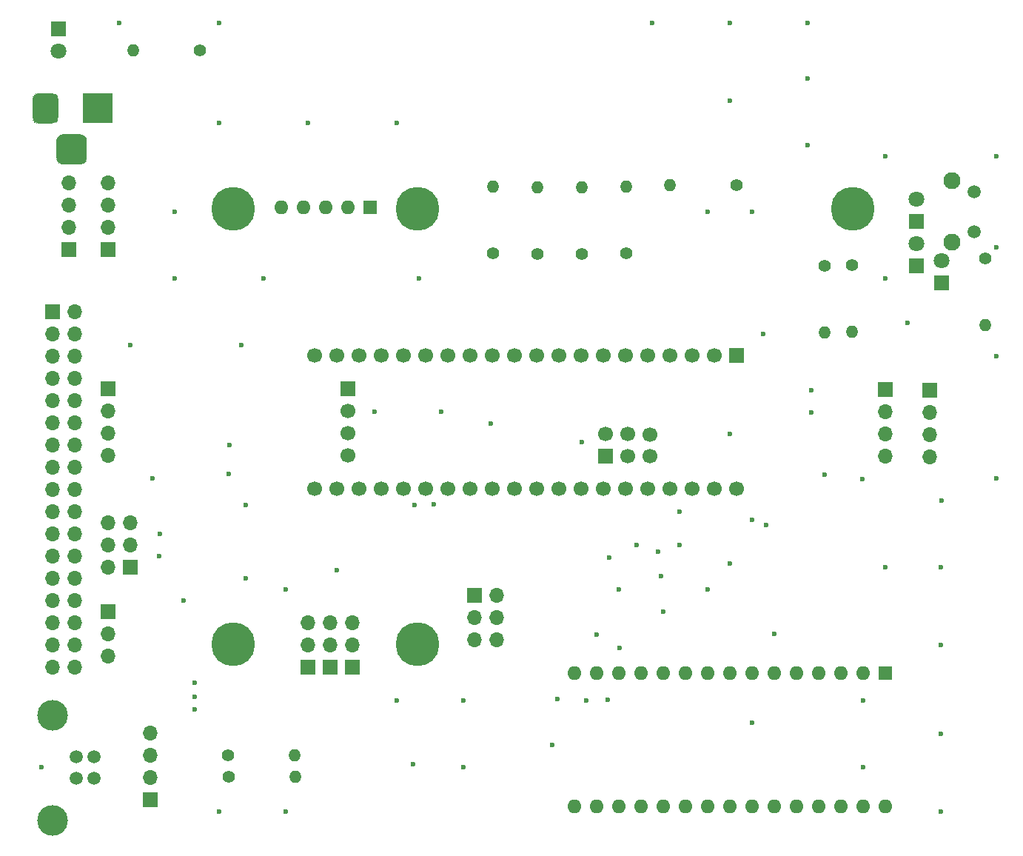
<source format=gbr>
G04 #@! TF.GenerationSoftware,KiCad,Pcbnew,(5.1.9)-1*
G04 #@! TF.CreationDate,2021-01-17T11:33:01+00:00*
G04 #@! TF.ProjectId,Greaseweazle F1 Gotek Rev 2,47726561-7365-4776-9561-7a6c65204631,2*
G04 #@! TF.SameCoordinates,PX6312cb0PY6bcb370*
G04 #@! TF.FileFunction,Soldermask,Bot*
G04 #@! TF.FilePolarity,Negative*
%FSLAX46Y46*%
G04 Gerber Fmt 4.6, Leading zero omitted, Abs format (unit mm)*
G04 Created by KiCad (PCBNEW (5.1.9)-1) date 2021-01-17 11:33:01*
%MOMM*%
%LPD*%
G01*
G04 APERTURE LIST*
%ADD10C,3.500120*%
%ADD11C,1.501140*%
%ADD12O,1.700000X1.700000*%
%ADD13R,1.700000X1.700000*%
%ADD14O,1.600000X1.600000*%
%ADD15R,1.600000X1.600000*%
%ADD16C,1.700000*%
%ADD17C,1.400000*%
%ADD18O,1.400000X1.400000*%
%ADD19C,1.800000*%
%ADD20R,1.800000X1.800000*%
%ADD21R,3.500000X3.500000*%
%ADD22C,1.508000*%
%ADD23C,1.950000*%
%ADD24C,5.000000*%
%ADD25C,0.600000*%
%ADD26C,0.100000*%
G04 APERTURE END LIST*
D10*
X-6096000Y-17489800D03*
X-6096000Y-5450200D03*
D11*
X-1371600Y-10225400D03*
X-1371600Y-12714600D03*
X-3378200Y-12714600D03*
X-3378200Y-10225400D03*
D12*
X28194000Y5080000D03*
X28194000Y2540000D03*
D13*
X28194000Y0D03*
D12*
X25654000Y5080000D03*
X25654000Y2540000D03*
D13*
X25654000Y0D03*
D12*
X23114000Y5080000D03*
X23114000Y2540000D03*
D13*
X23114000Y0D03*
D12*
X254000Y1270000D03*
X254000Y3810000D03*
D13*
X254000Y6350000D03*
D12*
X44704000Y3175000D03*
X42164000Y3175000D03*
X44704000Y5715000D03*
X42164000Y5715000D03*
X44704000Y8255000D03*
D13*
X42164000Y8255000D03*
X89154000Y31750000D03*
D12*
X89154000Y29210000D03*
X89154000Y26670000D03*
X89154000Y24130000D03*
D13*
X254000Y47777400D03*
D12*
X254000Y50317400D03*
X254000Y52857400D03*
X254000Y55397400D03*
D14*
X53594000Y-15875000D03*
X53594000Y-635000D03*
X89154000Y-15875000D03*
X56134000Y-635000D03*
X86614000Y-15875000D03*
X58674000Y-635000D03*
X84074000Y-15875000D03*
X61214000Y-635000D03*
X81534000Y-15875000D03*
X63754000Y-635000D03*
X78994000Y-15875000D03*
X66294000Y-635000D03*
X76454000Y-15875000D03*
X68834000Y-635000D03*
X73914000Y-15875000D03*
X71374000Y-635000D03*
X71374000Y-15875000D03*
X73914000Y-635000D03*
X68834000Y-15875000D03*
X76454000Y-635000D03*
X66294000Y-15875000D03*
X78994000Y-635000D03*
X63754000Y-15875000D03*
X81534000Y-635000D03*
X61214000Y-15875000D03*
X84074000Y-635000D03*
X58674000Y-15875000D03*
X86614000Y-635000D03*
X56134000Y-15875000D03*
D15*
X89154000Y-635000D03*
D12*
X254000Y16510000D03*
X2794000Y16510000D03*
X254000Y13970000D03*
X2794000Y13970000D03*
X254000Y11430000D03*
D13*
X2794000Y11430000D03*
D12*
X254000Y24231600D03*
X254000Y26771600D03*
X254000Y29311600D03*
D13*
X254000Y31851600D03*
X27686000Y31877000D03*
D16*
X27686000Y29337000D03*
X27686000Y26797000D03*
X27686000Y24257000D03*
X72136000Y20447000D03*
D13*
X72136000Y35687000D03*
D16*
X69596000Y20447000D03*
X69596000Y35687000D03*
X67056000Y20447000D03*
X67056000Y35687000D03*
X64516000Y20447000D03*
X64516000Y35687000D03*
X61976000Y20447000D03*
X61976000Y35687000D03*
X59436000Y20447000D03*
X59436000Y35687000D03*
X56896000Y20447000D03*
X56896000Y35687000D03*
X54356000Y20447000D03*
X54356000Y35687000D03*
X51816000Y20447000D03*
X51816000Y35687000D03*
X49276000Y20447000D03*
X49276000Y35687000D03*
X46736000Y20447000D03*
X46736000Y35687000D03*
X44196000Y20447000D03*
X44196000Y35687000D03*
X41656000Y20447000D03*
X41656000Y35687000D03*
X39116000Y20447000D03*
X39116000Y35687000D03*
X36576000Y20447000D03*
X36576000Y35687000D03*
X34036000Y20447000D03*
X34036000Y35687000D03*
X31496000Y20447000D03*
X31496000Y35687000D03*
X28956000Y20447000D03*
X28956000Y35687000D03*
X26416000Y20447000D03*
X26416000Y35687000D03*
X23876000Y20447000D03*
X23876000Y35687000D03*
X59690000Y24117300D03*
X62230000Y24117300D03*
D13*
X57150000Y24117300D03*
D16*
X62230000Y26593800D03*
X59690000Y26657300D03*
X57150000Y26657300D03*
D17*
X10756900Y70548500D03*
D18*
X3136900Y70548500D03*
D19*
X-5448300Y70485000D03*
D20*
X-5448300Y73025000D03*
G36*
G01*
X-5664400Y58344100D02*
X-5664400Y60094100D01*
G75*
G02*
X-4789400Y60969100I875000J0D01*
G01*
X-3039400Y60969100D01*
G75*
G02*
X-2164400Y60094100I0J-875000D01*
G01*
X-2164400Y58344100D01*
G75*
G02*
X-3039400Y57469100I-875000J0D01*
G01*
X-4789400Y57469100D01*
G75*
G02*
X-5664400Y58344100I0J875000D01*
G01*
G37*
G36*
G01*
X-8414400Y62919100D02*
X-8414400Y64919100D01*
G75*
G02*
X-7664400Y65669100I750000J0D01*
G01*
X-6164400Y65669100D01*
G75*
G02*
X-5414400Y64919100I0J-750000D01*
G01*
X-5414400Y62919100D01*
G75*
G02*
X-6164400Y62169100I-750000J0D01*
G01*
X-7664400Y62169100D01*
G75*
G02*
X-8414400Y62919100I0J750000D01*
G01*
G37*
D21*
X-914400Y63919100D03*
D12*
X5080000Y-7493000D03*
X5080000Y-10033000D03*
X5080000Y-12573000D03*
D13*
X5080000Y-15113000D03*
D19*
X95631000Y46482000D03*
D20*
X95631000Y43942000D03*
D18*
X100584000Y39116000D03*
D17*
X100584000Y46736000D03*
D12*
X94234000Y24079200D03*
X94234000Y26619200D03*
X94234000Y29159200D03*
D13*
X94234000Y31699200D03*
D19*
X92710000Y48488600D03*
D20*
X92710000Y45948600D03*
D19*
X92710000Y53543200D03*
D20*
X92710000Y51003200D03*
D13*
X-4267200Y47777400D03*
D12*
X-4267200Y50317400D03*
X-4267200Y52857400D03*
X-4267200Y55397400D03*
D18*
X44259500Y54927500D03*
D17*
X44259500Y47307500D03*
X49403000Y47244000D03*
D18*
X49403000Y54864000D03*
X54483000Y54864000D03*
D17*
X54483000Y47244000D03*
X59563000Y47371000D03*
D18*
X59563000Y54991000D03*
X21615400Y-10033000D03*
D17*
X13995400Y-10033000D03*
X14020800Y-12547600D03*
D18*
X21640800Y-12547600D03*
D17*
X72148700Y55156100D03*
D18*
X64528700Y55156100D03*
X82219800Y38328600D03*
D17*
X82219800Y45948600D03*
X85369400Y46024800D03*
D18*
X85369400Y38404800D03*
D22*
X99314000Y49845800D03*
X99314000Y54395800D03*
D23*
X96814000Y48620800D03*
X96814000Y55620800D03*
D14*
X20066000Y52578000D03*
X22606000Y52578000D03*
X25146000Y52578000D03*
X27686000Y52578000D03*
D15*
X30226000Y52578000D03*
D12*
X-3556000Y0D03*
X-6096000Y0D03*
X-3556000Y2540000D03*
X-6096000Y2540000D03*
X-3556000Y5080000D03*
X-6096000Y5080000D03*
X-3556000Y7620000D03*
X-6096000Y7620000D03*
X-3556000Y10160000D03*
X-6096000Y10160000D03*
X-3556000Y12700000D03*
X-6096000Y12700000D03*
X-3556000Y15240000D03*
X-6096000Y15240000D03*
X-3556000Y17780000D03*
X-6096000Y17780000D03*
X-3556000Y20320000D03*
X-6096000Y20320000D03*
X-3556000Y22860000D03*
X-6096000Y22860000D03*
X-3556000Y25400000D03*
X-6096000Y25400000D03*
X-3556000Y27940000D03*
X-6096000Y27940000D03*
X-3556000Y30480000D03*
X-6096000Y30480000D03*
X-3556000Y33020000D03*
X-6096000Y33020000D03*
X-3556000Y35560000D03*
X-6096000Y35560000D03*
X-3556000Y38100000D03*
X-6096000Y38100000D03*
X-3556000Y40640000D03*
D13*
X-6096000Y40640000D03*
D24*
X35687000Y52387500D03*
X14605000Y52387500D03*
X14605000Y2667000D03*
X35687000Y2667000D03*
X85471000Y52387500D03*
D25*
X95631000Y19050000D03*
X35814000Y44450000D03*
X71374000Y26670000D03*
X95504000Y-16510000D03*
X75184000Y38100000D03*
X65659000Y17780000D03*
X65659000Y13970000D03*
X86512400Y21513800D03*
X95504000Y-7620000D03*
X95504000Y2540000D03*
X95504000Y11430000D03*
X12954000Y73660000D03*
X80264000Y73660000D03*
X62484000Y73660000D03*
X80264000Y59690000D03*
X80264000Y67310000D03*
X101854000Y58420000D03*
X71374000Y73660000D03*
X1524000Y73660000D03*
X89154000Y58420000D03*
X101854000Y35560000D03*
X101854000Y21590000D03*
X101854000Y48006000D03*
X63500000Y10439400D03*
X43992800Y27914600D03*
X54406800Y25781000D03*
X58788300Y2260600D03*
X56108600Y3771900D03*
X2794000Y36830000D03*
X15494000Y36830000D03*
X7874000Y44450000D03*
X18034000Y44450000D03*
X7874000Y52070000D03*
X12954000Y62230000D03*
X23114000Y62230000D03*
X33274000Y62230000D03*
X71374000Y64770000D03*
X73914000Y52070000D03*
X91694000Y39370000D03*
X68834000Y8890000D03*
X86614000Y-11430000D03*
X86614000Y-3810000D03*
X73914000Y-6350000D03*
X51054000Y-8890000D03*
X40894000Y-11430000D03*
X40894000Y-3810000D03*
X20574000Y-16510000D03*
X12954000Y-16510000D03*
X-7366000Y-11430000D03*
X20574000Y8890000D03*
X5334000Y21590000D03*
X68834000Y52070000D03*
X89154000Y44450000D03*
X63754000Y6350000D03*
X58674000Y8890000D03*
X38354000Y29210000D03*
X30734000Y29210000D03*
X89154000Y11430000D03*
X76454000Y3810000D03*
X33274000Y-3810000D03*
X82219800Y38328600D03*
X82194400Y21996400D03*
X71348600Y11843028D03*
X14020800Y22123398D03*
X8890000Y7620000D03*
X16002000Y10160000D03*
X16002000Y18567400D03*
X10159998Y-3327400D03*
X57556400Y12518030D03*
X6172200Y15240000D03*
X75514202Y16281400D03*
X73914002Y16840200D03*
X10134600Y-4800600D03*
X14122402Y25400000D03*
X80670400Y31724600D03*
X80689551Y29165451D03*
X35305990Y18567400D03*
X37553890Y18643600D03*
X26441400Y11125200D03*
X60680600Y13995400D03*
X6096000Y12700004D03*
X63195200Y13208000D03*
X10160000Y-1778000D03*
X35179000Y-11049000D03*
X54940200Y-3759140D03*
X57404000Y-3683000D03*
X51638200Y-3606760D03*
D26*
G36*
X-5662410Y58344296D02*
G01*
X-5645617Y58173791D01*
X-5595938Y58010021D01*
X-5515265Y57859092D01*
X-5406697Y57726803D01*
X-5274408Y57618235D01*
X-5123479Y57537562D01*
X-4959709Y57487883D01*
X-4789204Y57471090D01*
X-4787578Y57469925D01*
X-4787774Y57467935D01*
X-4789400Y57467100D01*
X-4845760Y57467100D01*
X-4845956Y57467110D01*
X-5010487Y57483315D01*
X-5010872Y57483391D01*
X-5163183Y57529594D01*
X-5163545Y57529744D01*
X-5303908Y57604769D01*
X-5304234Y57604987D01*
X-5427266Y57705957D01*
X-5427543Y57706234D01*
X-5528513Y57829266D01*
X-5528731Y57829592D01*
X-5603756Y57969955D01*
X-5603906Y57970317D01*
X-5650109Y58122628D01*
X-5650185Y58123013D01*
X-5666390Y58287544D01*
X-5666400Y58287740D01*
X-5666400Y58344100D01*
X-5665400Y58345832D01*
X-5663400Y58345832D01*
X-5662410Y58344296D01*
G37*
G36*
X-2163235Y58345726D02*
G01*
X-2162400Y58344100D01*
X-2162400Y58287740D01*
X-2162410Y58287544D01*
X-2178615Y58123013D01*
X-2178691Y58122628D01*
X-2224894Y57970317D01*
X-2225044Y57969955D01*
X-2300069Y57829592D01*
X-2300287Y57829266D01*
X-2401257Y57706234D01*
X-2401534Y57705957D01*
X-2524566Y57604987D01*
X-2524892Y57604769D01*
X-2665255Y57529744D01*
X-2665617Y57529594D01*
X-2817928Y57483391D01*
X-2818313Y57483315D01*
X-2982844Y57467110D01*
X-2983040Y57467100D01*
X-3039400Y57467100D01*
X-3041132Y57468100D01*
X-3041132Y57470100D01*
X-3039596Y57471090D01*
X-2869091Y57487883D01*
X-2705321Y57537562D01*
X-2554392Y57618235D01*
X-2422103Y57726803D01*
X-2313535Y57859092D01*
X-2232862Y58010021D01*
X-2183183Y58173791D01*
X-2166390Y58344296D01*
X-2165225Y58345922D01*
X-2163235Y58345726D01*
G37*
G36*
X-4787668Y60970100D02*
G01*
X-4787668Y60968100D01*
X-4789204Y60967110D01*
X-4959709Y60950317D01*
X-5123479Y60900638D01*
X-5274408Y60819965D01*
X-5406697Y60711397D01*
X-5515265Y60579108D01*
X-5595938Y60428179D01*
X-5645617Y60264409D01*
X-5662410Y60093904D01*
X-5663575Y60092278D01*
X-5665565Y60092474D01*
X-5666400Y60094100D01*
X-5666400Y60150460D01*
X-5666390Y60150656D01*
X-5650185Y60315187D01*
X-5650109Y60315572D01*
X-5603906Y60467883D01*
X-5603756Y60468245D01*
X-5528731Y60608608D01*
X-5528513Y60608934D01*
X-5427543Y60731966D01*
X-5427266Y60732243D01*
X-5304234Y60833213D01*
X-5303908Y60833431D01*
X-5163545Y60908456D01*
X-5163183Y60908606D01*
X-5010872Y60954809D01*
X-5010487Y60954885D01*
X-4845956Y60971090D01*
X-4845760Y60971100D01*
X-4789400Y60971100D01*
X-4787668Y60970100D01*
G37*
G36*
X-2982844Y60971090D02*
G01*
X-2818313Y60954885D01*
X-2817928Y60954809D01*
X-2665617Y60908606D01*
X-2665255Y60908456D01*
X-2524892Y60833431D01*
X-2524566Y60833213D01*
X-2401534Y60732243D01*
X-2401257Y60731966D01*
X-2300287Y60608934D01*
X-2300069Y60608608D01*
X-2225044Y60468245D01*
X-2224894Y60467883D01*
X-2178691Y60315572D01*
X-2178615Y60315187D01*
X-2162410Y60150656D01*
X-2162400Y60150460D01*
X-2162400Y60094100D01*
X-2163400Y60092368D01*
X-2165400Y60092368D01*
X-2166390Y60093904D01*
X-2183183Y60264409D01*
X-2232862Y60428179D01*
X-2313535Y60579108D01*
X-2422103Y60711397D01*
X-2554392Y60819965D01*
X-2705321Y60900638D01*
X-2869091Y60950317D01*
X-3039596Y60967110D01*
X-3041222Y60968275D01*
X-3041026Y60970265D01*
X-3039400Y60971100D01*
X-2983040Y60971100D01*
X-2982844Y60971090D01*
G37*
G36*
X-8412410Y62919296D02*
G01*
X-8398019Y62773177D01*
X-8355453Y62632856D01*
X-8286331Y62503538D01*
X-8193309Y62390191D01*
X-8079962Y62297169D01*
X-7950644Y62228047D01*
X-7810323Y62185481D01*
X-7664204Y62171090D01*
X-7662578Y62169925D01*
X-7662774Y62167935D01*
X-7664400Y62167100D01*
X-7720760Y62167100D01*
X-7720956Y62167110D01*
X-7861101Y62180913D01*
X-7861486Y62180989D01*
X-7990347Y62220079D01*
X-7990709Y62220229D01*
X-8109460Y62283703D01*
X-8109786Y62283921D01*
X-8213878Y62369345D01*
X-8214155Y62369622D01*
X-8299579Y62473714D01*
X-8299797Y62474040D01*
X-8363271Y62592791D01*
X-8363421Y62593153D01*
X-8402511Y62722014D01*
X-8402587Y62722399D01*
X-8416390Y62862544D01*
X-8416400Y62862740D01*
X-8416400Y62919100D01*
X-8415400Y62920832D01*
X-8413400Y62920832D01*
X-8412410Y62919296D01*
G37*
G36*
X-5413235Y62920726D02*
G01*
X-5412400Y62919100D01*
X-5412400Y62862740D01*
X-5412410Y62862544D01*
X-5426213Y62722399D01*
X-5426289Y62722014D01*
X-5465379Y62593153D01*
X-5465529Y62592791D01*
X-5529003Y62474040D01*
X-5529221Y62473714D01*
X-5614645Y62369622D01*
X-5614922Y62369345D01*
X-5719014Y62283921D01*
X-5719340Y62283703D01*
X-5838091Y62220229D01*
X-5838453Y62220079D01*
X-5967314Y62180989D01*
X-5967699Y62180913D01*
X-6107844Y62167110D01*
X-6108040Y62167100D01*
X-6164400Y62167100D01*
X-6166132Y62168100D01*
X-6166132Y62170100D01*
X-6164596Y62171090D01*
X-6018477Y62185481D01*
X-5878156Y62228047D01*
X-5748838Y62297169D01*
X-5635491Y62390191D01*
X-5542469Y62503538D01*
X-5473347Y62632856D01*
X-5430781Y62773177D01*
X-5416390Y62919296D01*
X-5415225Y62920922D01*
X-5413235Y62920726D01*
G37*
G36*
X-7662668Y65670100D02*
G01*
X-7662668Y65668100D01*
X-7664204Y65667110D01*
X-7810323Y65652719D01*
X-7950644Y65610153D01*
X-8079962Y65541031D01*
X-8193309Y65448009D01*
X-8286331Y65334662D01*
X-8355453Y65205344D01*
X-8398019Y65065023D01*
X-8412410Y64918904D01*
X-8413575Y64917278D01*
X-8415565Y64917474D01*
X-8416400Y64919100D01*
X-8416400Y64975460D01*
X-8416390Y64975656D01*
X-8402587Y65115801D01*
X-8402511Y65116186D01*
X-8363421Y65245047D01*
X-8363271Y65245409D01*
X-8299797Y65364160D01*
X-8299579Y65364486D01*
X-8214155Y65468578D01*
X-8213878Y65468855D01*
X-8109786Y65554279D01*
X-8109460Y65554497D01*
X-7990709Y65617971D01*
X-7990347Y65618121D01*
X-7861486Y65657211D01*
X-7861101Y65657287D01*
X-7720956Y65671090D01*
X-7720760Y65671100D01*
X-7664400Y65671100D01*
X-7662668Y65670100D01*
G37*
G36*
X-6107844Y65671090D02*
G01*
X-5967699Y65657287D01*
X-5967314Y65657211D01*
X-5838453Y65618121D01*
X-5838091Y65617971D01*
X-5719340Y65554497D01*
X-5719014Y65554279D01*
X-5614922Y65468855D01*
X-5614645Y65468578D01*
X-5529221Y65364486D01*
X-5529003Y65364160D01*
X-5465529Y65245409D01*
X-5465379Y65245047D01*
X-5426289Y65116186D01*
X-5426213Y65115801D01*
X-5412410Y64975656D01*
X-5412400Y64975460D01*
X-5412400Y64919100D01*
X-5413400Y64917368D01*
X-5415400Y64917368D01*
X-5416390Y64918904D01*
X-5430781Y65065023D01*
X-5473347Y65205344D01*
X-5542469Y65334662D01*
X-5635491Y65448009D01*
X-5748838Y65541031D01*
X-5878156Y65610153D01*
X-6018477Y65652719D01*
X-6164596Y65667110D01*
X-6166222Y65668275D01*
X-6166026Y65670265D01*
X-6164400Y65671100D01*
X-6108040Y65671100D01*
X-6107844Y65671090D01*
G37*
M02*

</source>
